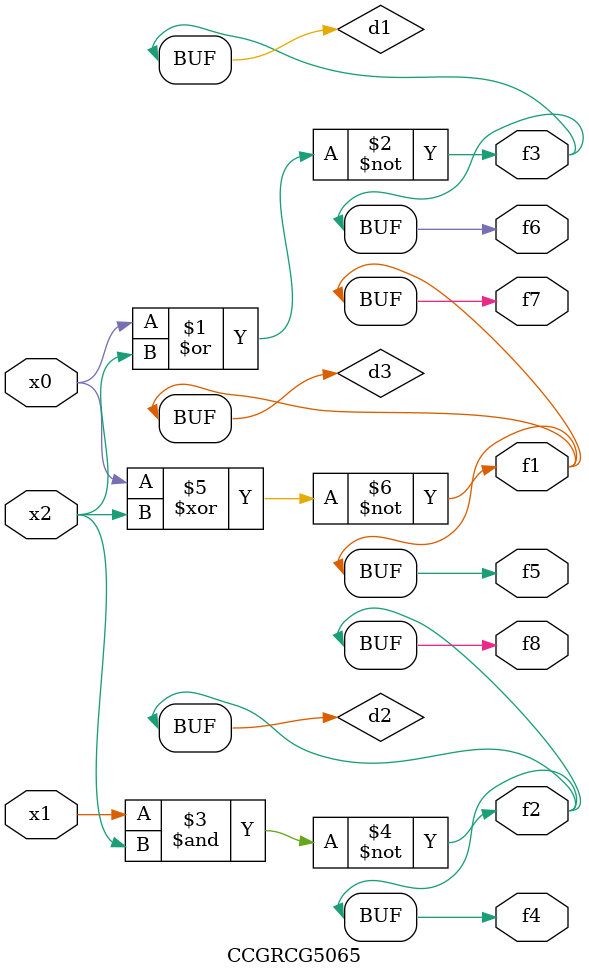
<source format=v>
module CCGRCG5065(
	input x0, x1, x2,
	output f1, f2, f3, f4, f5, f6, f7, f8
);

	wire d1, d2, d3;

	nor (d1, x0, x2);
	nand (d2, x1, x2);
	xnor (d3, x0, x2);
	assign f1 = d3;
	assign f2 = d2;
	assign f3 = d1;
	assign f4 = d2;
	assign f5 = d3;
	assign f6 = d1;
	assign f7 = d3;
	assign f8 = d2;
endmodule

</source>
